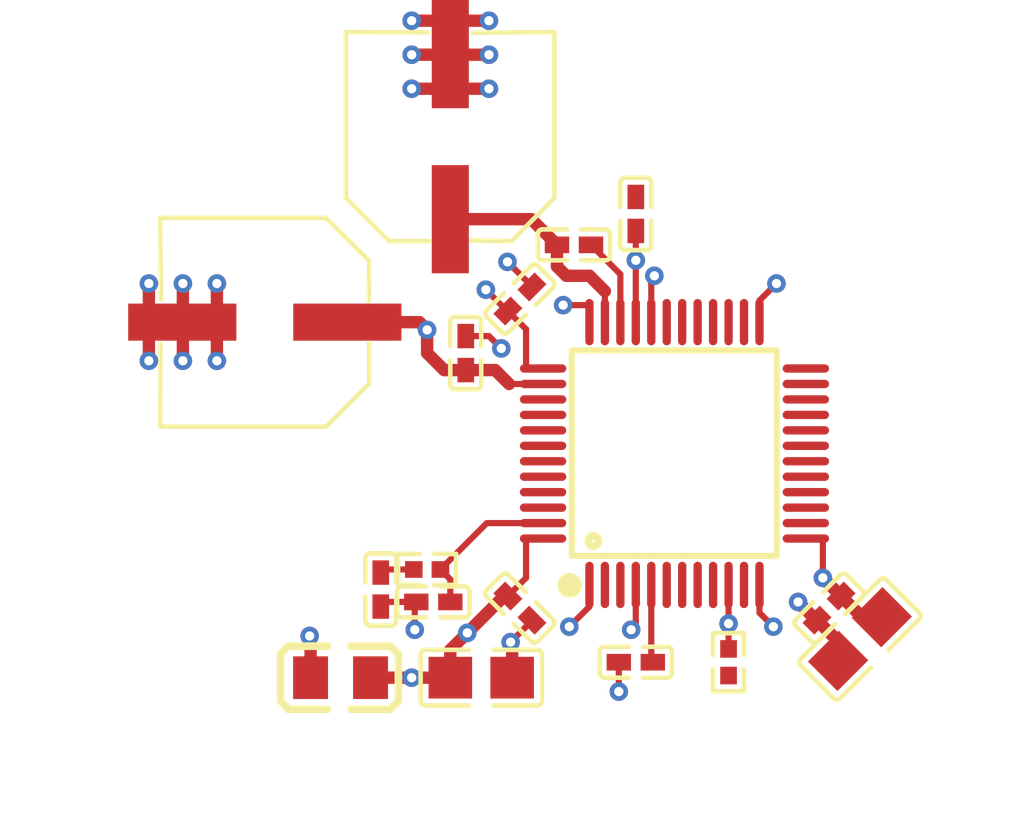
<source format=kicad_pcb>
(kicad_pcb (version 20241229) (generator "pcbnew") (generator_version "9.0")
  (layers (0 "F.Cu" signal) (2 "B.Cu" signal) (13 "F.Paste" user) (15 "B.Paste" user) (5 "F.SilkS" user "F.Silkscreen") (7 "B.SilkS" user "B.Silkscreen") (1 "F.Mask" user) (3 "B.Mask" user) (25 "Edge.Cuts" user))
  (net 0 "")
  (net 1 "adc_0_left_P")
  (net 2 "dac_0_right")
  (net 3 "i2s_ins[0]-WS")
  (net 4 "MOSI")
  (net 5 "FILTR")
  (net 6 "dac_3_right")
  (net 7 "MISO")
  (net 8 "adc_0_left_N")
  (net 9 "adc_1_left_N")
  (net 10 "GND")
  (net 11 "i2s_ins[3]-SD")
  (net 12 "dac_1_left")
  (net 13 "i2s_ins[1]-SD")
  (net 14 "dac_2_left")
  (net 15 "dac_1_right")
  (net 16 "SCLK")
  (net 17 "i2s_ins[0]-SD")
  (net 18 "adc_1_right_N")
  (net 19 "MCLKI_XI")
  (net 20 "adc_1_right_P")
  (net 21 "i2s_outs[0]-SCK")
  (net 22 "CM")
  (net 23 "dac_0_left")
  (net 24 "i2s_outs[0]-WS")
  (net 25 "adc_0_right_N")
  (net 26 "dac_2_right")
  (net 27 "i2s_ins[0]-SCK")
  (net 28 "net")
  (net 29 "adc_0_right_P")
  (net 30 "adc_1_left_P")
  (net 31 "power_analog-VCC")
  (net 32 "MCLKO_XO")
  (net 33 "i2s_ins[2]-SD")
  (net 34 "dac_3_left")
  (net 35 "i2s_outs[0]-SD")
  (net 36 "power_io-VCC")
  (net 37 "i2s_outs[1]-SD")
  (net 38 "nCLATCH")
  (net 39 "LF")
  (net 40 "nPD_nRST")
  (footprint "Analog_Devices_AD1938WBSTZ_RL:LQFP-48_L7.0-W7.0-P0.50-LS9.0-BL" (layer "F.Cu") (at 0 0 0)
    (property "Reference" "U1" (hide yes))
    (property "Value" "")
    (fp_line (start -2.89 -3.34) (end 3.31 -3.34) (stroke (width 0.2)) (layer "F.SilkS"))
    (fp_line (start 3.31 -3.34) (end 3.31 3.31) (stroke (width 0.2)) (layer "F.SilkS"))
    (fp_line (start 3.31 3.31) (end -3.32 3.31) (stroke (width 0.2)) (layer "F.SilkS"))
    (fp_line (start -3.32 3.31) (end -3.32 -3.34) (stroke (width 0.2)) (layer "F.SilkS"))
    (fp_line (start -3.32 -3.34) (end -2.56 -3.34) (stroke (width 0.2)) (layer "F.SilkS"))
    (fp_arc (start -3.38 4.06) (mid -3.3949882924959445 4.460187704262712) (end -3.390026543879748 4.059750157814238) (stroke (width 0.4)) (layer "F.SilkS"))
    (fp_circle (center -2.62 2.83) (end -2.45 2.83) (stroke (width 0.25)) (fill no) (layer "F.SilkS"))
    (pad "1" smd oval (at -2.75 4.25 0) (size 0.27 1.5) (layers "F.Cu" "F.Paste" "F.Mask") (net 10 "GND"))
    (pad "2" smd oval (at -2.25 4.25 0) (size 0.27 1.5) (layers "F.Cu" "F.Paste" "F.Mask") (net 19 "MCLKI_XI"))
    (pad "3" smd oval (at -1.75 4.25 0) (size 0.27 1.5) (layers "F.Cu" "F.Paste" "F.Mask") (net 32 "MCLKO_XO"))
    (pad "4" smd oval (at -1.25 4.25 0) (size 0.27 1.5) (layers "F.Cu" "F.Paste" "F.Mask") (net 10 "GND"))
    (pad "5" smd oval (at -0.75 4.25 0) (size 0.27 1.5) (layers "F.Cu" "F.Paste" "F.Mask") (net 31 "power_analog-VCC"))
    (pad "6" smd oval (at -0.25 4.25 0) (size 0.27 1.5) (layers "F.Cu" "F.Paste" "F.Mask") (net 14 "dac_2_left"))
    (pad "7" smd oval (at 0.25 4.25 0) (size 0.27 1.5) (layers "F.Cu" "F.Paste" "F.Mask") (net 26 "dac_2_right"))
    (pad "8" smd oval (at 0.75 4.25 0) (size 0.27 1.5) (layers "F.Cu" "F.Paste" "F.Mask") (net 34 "dac_3_left"))
    (pad "9" smd oval (at 1.25 4.25 0) (size 0.27 1.5) (layers "F.Cu" "F.Paste" "F.Mask") (net 6 "dac_3_right"))
    (pad "10" smd oval (at 1.75 4.25 0) (size 0.27 1.5) (layers "F.Cu" "F.Paste" "F.Mask") (net 40 "nPD_nRST"))
    (pad "11" smd oval (at 2.25 4.25 0) (size 0.27 1.5) (layers "F.Cu" "F.Paste" "F.Mask") (net 11 "i2s_ins[3]-SD"))
    (pad "12" smd oval (at 2.75 4.25 0) (size 0.27 1.5) (layers "F.Cu" "F.Paste" "F.Mask") (net 10 "GND"))
    (pad "13" smd oval (at 4.25 2.75 0) (size 1.5 0.27) (layers "F.Cu" "F.Paste" "F.Mask") (net 36 "power_io-VCC"))
    (pad "14" smd oval (at 4.25 2.25 0) (size 1.5 0.27) (layers "F.Cu" "F.Paste" "F.Mask") (net 33 "i2s_ins[2]-SD"))
    (pad "15" smd oval (at 4.25 1.75 0) (size 1.5 0.27) (layers "F.Cu" "F.Paste" "F.Mask") (net 13 "i2s_ins[1]-SD"))
    (pad "16" smd oval (at 4.25 1.25 0) (size 1.5 0.27) (layers "F.Cu" "F.Paste" "F.Mask") (net 17 "i2s_ins[0]-SD"))
    (pad "17" smd oval (at 4.25 0.75 0) (size 1.5 0.27) (layers "F.Cu" "F.Paste" "F.Mask") (net 27 "i2s_ins[0]-SCK"))
    (pad "18" smd oval (at 4.25 0.25 0) (size 1.5 0.27) (layers "F.Cu" "F.Paste" "F.Mask") (net 3 "i2s_ins[0]-WS"))
    (pad "19" smd oval (at 4.25 -0.25 0) (size 1.5 0.27) (layers "F.Cu" "F.Paste" "F.Mask") (net 37 "i2s_outs[1]-SD"))
    (pad "20" smd oval (at 4.25 -0.75 0) (size 1.5 0.27) (layers "F.Cu" "F.Paste" "F.Mask") (net 35 "i2s_outs[0]-SD"))
    (pad "21" smd oval (at 4.25 -1.25 0) (size 1.5 0.27) (layers "F.Cu" "F.Paste" "F.Mask") (net 21 "i2s_outs[0]-SCK"))
    (pad "22" smd oval (at 4.25 -1.75 0) (size 1.5 0.27) (layers "F.Cu" "F.Paste" "F.Mask") (net 24 "i2s_outs[0]-WS"))
    (pad "23" smd oval (at 4.25 -2.25 0) (size 1.5 0.27) (layers "F.Cu" "F.Paste" "F.Mask") (net 7 "MISO"))
    (pad "24" smd oval (at 4.25 -2.75 0) (size 1.5 0.27) (layers "F.Cu" "F.Paste" "F.Mask") (net 4 "MOSI"))
    (pad "25" smd oval (at 2.75 -4.25 0) (size 0.27 1.5) (layers "F.Cu" "F.Paste" "F.Mask") (net 10 "GND"))
    (pad "26" smd oval (at 2.25 -4.25 0) (size 0.27 1.5) (layers "F.Cu" "F.Paste" "F.Mask") (net 16 "SCLK"))
    (pad "27" smd oval (at 1.75 -4.25 0) (size 0.27 1.5) (layers "F.Cu" "F.Paste" "F.Mask") (net 38 "nCLATCH"))
    (pad "28" smd oval (at 1.25 -4.25 0) (size 0.27 1.5) (layers "F.Cu" "F.Paste" "F.Mask") (net 23 "dac_0_left"))
    (pad "29" smd oval (at 0.75 -4.25 0) (size 0.27 1.5) (layers "F.Cu" "F.Paste" "F.Mask") (net 2 "dac_0_right"))
    (pad "30" smd oval (at 0.25 -4.25 0) (size 0.27 1.5) (layers "F.Cu" "F.Paste" "F.Mask") (net 12 "dac_1_left"))
    (pad "31" smd oval (at -0.25 -4.25 0) (size 0.27 1.5) (layers "F.Cu" "F.Paste" "F.Mask") (net 15 "dac_1_right"))
    (pad "32" smd oval (at -0.75 -4.25 0) (size 0.27 1.5) (layers "F.Cu" "F.Paste" "F.Mask") (net 10 "GND"))
    (pad "33" smd oval (at -1.25 -4.25 0) (size 0.27 1.5) (layers "F.Cu" "F.Paste" "F.Mask") (net 31 "power_analog-VCC"))
    (pad "34" smd oval (at -1.75 -4.25 0) (size 0.27 1.5) (layers "F.Cu" "F.Paste" "F.Mask") (net 10 "GND"))
    (pad "35" smd oval (at -2.25 -4.25 0) (size 0.27 1.5) (layers "F.Cu" "F.Paste" "F.Mask") (net 5 "FILTR"))
    (pad "36" smd oval (at -2.75 -4.25 0) (size 0.27 1.5) (layers "F.Cu" "F.Paste" "F.Mask") (net 10 "GND"))
    (pad "37" smd oval (at -4.25 -2.75 0) (size 1.5 0.27) (layers "F.Cu" "F.Paste" "F.Mask") (net 31 "power_analog-VCC"))
    (pad "38" smd oval (at -4.25 -2.25 0) (size 1.5 0.27) (layers "F.Cu" "F.Paste" "F.Mask") (net 22 "CM"))
    (pad "39" smd oval (at -4.25 -1.75 0) (size 1.5 0.27) (layers "F.Cu" "F.Paste" "F.Mask") (net 8 "adc_0_left_N"))
    (pad "40" smd oval (at -4.25 -1.25 0) (size 1.5 0.27) (layers "F.Cu" "F.Paste" "F.Mask") (net 1 "adc_0_left_P"))
    (pad "41" smd oval (at -4.25 -0.75 0) (size 1.5 0.27) (layers "F.Cu" "F.Paste" "F.Mask") (net 25 "adc_0_right_N"))
    (pad "42" smd oval (at -4.25 -0.25 0) (size 1.5 0.27) (layers "F.Cu" "F.Paste" "F.Mask") (net 29 "adc_0_right_P"))
    (pad "43" smd oval (at -4.25 0.25 0) (size 1.5 0.27) (layers "F.Cu" "F.Paste" "F.Mask") (net 9 "adc_1_left_N"))
    (pad "44" smd oval (at -4.25 0.75 0) (size 1.5 0.27) (layers "F.Cu" "F.Paste" "F.Mask") (net 30 "adc_1_left_P"))
    (pad "45" smd oval (at -4.25 1.25 0) (size 1.5 0.27) (layers "F.Cu" "F.Paste" "F.Mask") (net 18 "adc_1_right_N"))
    (pad "46" smd oval (at -4.25 1.75 0) (size 1.5 0.27) (layers "F.Cu" "F.Paste" "F.Mask") (net 20 "adc_1_right_P"))
    (pad "47" smd oval (at -4.25 2.25 0) (size 1.5 0.27) (layers "F.Cu" "F.Paste" "F.Mask") (net 39 "LF"))
    (pad "48" smd oval (at -4.25 2.75 0) (size 1.5 0.27) (layers "F.Cu" "F.Paste" "F.Mask") (net 31 "power_analog-VCC"))
  )
  (footprint "Samsung_Electro_Mechanics_CL21A106KAYNNNE:C0805" (layer "F.Cu") (at -6.25 7.25 0)
    (property "Reference" "C3" (hide yes))
    (property "Value" "10µF ±10% 25V X5R")
    (fp_line (start 1.81 -0.9) (end 0.4 -0.9) (stroke (width 0.15)) (layer "F.SilkS"))
    (fp_line (start 0.4 0.9) (end 1.81 0.9) (stroke (width 0.15)) (layer "F.SilkS"))
    (fp_line (start 1.96 0.75) (end 1.96 -0.75) (stroke (width 0.15)) (layer "F.SilkS"))
    (fp_line (start -1.81 -0.9) (end -0.4 -0.9) (stroke (width 0.15)) (layer "F.SilkS"))
    (fp_line (start -0.4 0.9) (end -1.81 0.9) (stroke (width 0.15)) (layer "F.SilkS"))
    (fp_line (start -1.96 0.75) (end -1.96 -0.75) (stroke (width 0.15)) (layer "F.SilkS"))
    (fp_arc (start 1.96 0.75) (mid 1.9160660171779822 0.856066017177982) (end 1.81 0.8999999999999999) (stroke (width 0.15)) (layer "F.SilkS"))
    (fp_arc (start 1.81 -0.9) (mid 1.9160660171779822 -0.8560660171779821) (end 1.96 -0.75) (stroke (width 0.15)) (layer "F.SilkS"))
    (fp_arc (start -1.96 0.75) (mid -1.9160660171779822 0.856066017177982) (end -1.81 0.8999999999999999) (stroke (width 0.15)) (layer "F.SilkS"))
    (fp_arc (start -1.81 -0.9) (mid -1.9160660171779822 -0.8560660171779821) (end -1.96 -0.75) (stroke (width 0.15)) (layer "F.SilkS"))
    (pad "2" smd rect (at 1 0 0) (size 1.41 1.35) (layers "F.Cu" "F.Paste" "F.Mask") (net 10 "GND"))
    (pad "1" smd rect (at -1 0 0) (size 1.41 1.35) (layers "F.Cu" "F.Paste" "F.Mask") (net 31 "power_analog-VCC"))
  )
  (footprint "Samsung_Electro_Mechanics_CL05B391KB5NNNC:C0402" (layer "F.Cu") (at -7.8 4.8 180)
    (property "Reference" "C11" (hide yes))
    (property "Value" "390pF ±10% 50V X7R")
    (fp_line (start 1.02 -0.5) (end 0.23 -0.5) (stroke (width 0.15)) (layer "F.SilkS"))
    (fp_line (start 0.23 0.5) (end 1.02 0.5) (stroke (width 0.15)) (layer "F.SilkS"))
    (fp_line (start 1.17 0.35) (end 1.17 -0.35) (stroke (width 0.15)) (layer "F.SilkS"))
    (fp_line (start -1.02 -0.5) (end -0.23 -0.5) (stroke (width 0.15)) (layer "F.SilkS"))
    (fp_line (start -0.23 0.5) (end -1.02 0.5) (stroke (width 0.15)) (layer "F.SilkS"))
    (fp_line (start -1.17 0.35) (end -1.17 -0.35) (stroke (width 0.15)) (layer "F.SilkS"))
    (fp_arc (start 1.17 0.35) (mid 1.1260660171779822 0.456066017177982) (end 1.02 0.4999999999999999) (stroke (width 0.15)) (layer "F.SilkS"))
    (fp_arc (start 1.02 -0.5) (mid 1.1260660171779822 -0.4560660171779821) (end 1.17 -0.35) (stroke (width 0.15)) (layer "F.SilkS"))
    (fp_arc (start -1.17 0.35) (mid -1.1260660171779822 0.456066017177982) (end -1.02 0.4999999999999999) (stroke (width 0.15)) (layer "F.SilkS"))
    (fp_arc (start -1.02 -0.5) (mid -1.1260660171779822 -0.4560660171779821) (end -1.17 -0.35) (stroke (width 0.15)) (layer "F.SilkS"))
    (pad "2" smd rect (at 0.55 0 180) (size 0.79 0.54) (layers "F.Cu" "F.Paste" "F.Mask") (net 10 "GND"))
    (pad "1" smd rect (at -0.55 0 180) (size 0.79 0.54) (layers "F.Cu" "F.Paste" "F.Mask") (net 39 "LF"))
  )
  (footprint "Samsung_Electro_Mechanics_CL05B104KO5NNNC:C0402" (layer "F.Cu") (at -5 -5 45)
    (property "Reference" "C5" (hide yes))
    (property "Value" "100nF ±10% 16V X7R")
    (fp_line (start 1.02 -0.5) (end 0.23 -0.5) (stroke (width 0.15)) (layer "F.SilkS"))
    (fp_line (start 0.23 0.5) (end 1.02 0.5) (stroke (width 0.15)) (layer "F.SilkS"))
    (fp_line (start 1.17 0.35) (end 1.17 -0.35) (stroke (width 0.15)) (layer "F.SilkS"))
    (fp_line (start -1.02 -0.5) (end -0.23 -0.5) (stroke (width 0.15)) (layer "F.SilkS"))
    (fp_line (start -0.23 0.5) (end -1.02 0.5) (stroke (width 0.15)) (layer "F.SilkS"))
    (fp_line (start -1.17 0.35) (end -1.17 -0.35) (stroke (width 0.15)) (layer "F.SilkS"))
    (fp_arc (start 1.17 0.35) (mid 1.1260660171779822 0.456066017177982) (end 1.02 0.4999999999999999) (stroke (width 0.15)) (layer "F.SilkS"))
    (fp_arc (start 1.02 -0.5) (mid 1.1260660171779822 -0.4560660171779821) (end 1.17 -0.35) (stroke (width 0.15)) (layer "F.SilkS"))
    (fp_arc (start -1.17 0.35) (mid -1.1260660171779822 0.456066017177982) (end -1.02 0.4999999999999999) (stroke (width 0.15)) (layer "F.SilkS"))
    (fp_arc (start -1.02 -0.5) (mid -1.1260660171779822 -0.4560660171779821) (end -1.17 -0.35) (stroke (width 0.15)) (layer "F.SilkS"))
    (pad "2" smd rect (at 0.55 0 45) (size 0.79 0.54) (layers "F.Cu" "F.Paste" "F.Mask") (net 10 "GND"))
    (pad "1" smd rect (at -0.55 0 45) (size 0.79 0.54) (layers "F.Cu" "F.Paste" "F.Mask") (net 31 "power_analog-VCC"))
  )
  (footprint "YAGEO_CC0402KRX7R9BB562:C0402" (layer "F.Cu") (at -9.5 4.4 -90)
    (property "Reference" "C10" (hide yes))
    (property "Value" "5.6nF ±10% 50V X7R")
    (fp_line (start 1.02 -0.5) (end 0.23 -0.5) (stroke (width 0.15)) (layer "F.SilkS"))
    (fp_line (start 0.23 0.5) (end 1.02 0.5) (stroke (width 0.15)) (layer "F.SilkS"))
    (fp_line (start 1.17 0.35) (end 1.17 -0.35) (stroke (width 0.15)) (layer "F.SilkS"))
    (fp_line (start -1.02 -0.5) (end -0.23 -0.5) (stroke (width 0.15)) (layer "F.SilkS"))
    (fp_line (start -0.23 0.5) (end -1.02 0.5) (stroke (width 0.15)) (layer "F.SilkS"))
    (fp_line (start -1.17 0.35) (end -1.17 -0.35) (stroke (width 0.15)) (layer "F.SilkS"))
    (fp_arc (start 1.17 0.35) (mid 1.1260660171779822 0.456066017177982) (end 1.02 0.4999999999999999) (stroke (width 0.15)) (layer "F.SilkS"))
    (fp_arc (start 1.02 -0.5) (mid 1.1260660171779822 -0.4560660171779821) (end 1.17 -0.35) (stroke (width 0.15)) (layer "F.SilkS"))
    (fp_arc (start -1.17 0.35) (mid -1.1260660171779822 0.456066017177982) (end -1.02 0.4999999999999999) (stroke (width 0.15)) (layer "F.SilkS"))
    (fp_arc (start -1.02 -0.5) (mid -1.1260660171779822 -0.4560660171779821) (end -1.17 -0.35) (stroke (width 0.15)) (layer "F.SilkS"))
    (pad "2" smd rect (at 0.55 0 -90) (size 0.79 0.54) (layers "F.Cu" "F.Paste" "F.Mask") (net 10 "GND"))
    (pad "1" smd rect (at -0.55 0 -90) (size 0.79 0.54) (layers "F.Cu" "F.Paste" "F.Mask") (net 28 "net"))
  )
  (footprint "Samsung_Electro_Mechanics_CL05B104KO5NNNC:C0402" (layer "F.Cu") (at -6.75 -3.25 90)
    (property "Reference" "C1" (hide yes))
    (property "Value" "100nF ±10% 16V X7R")
    (fp_line (start 1.02 -0.5) (end 0.23 -0.5) (stroke (width 0.15)) (layer "F.SilkS"))
    (fp_line (start 0.23 0.5) (end 1.02 0.5) (stroke (width 0.15)) (layer "F.SilkS"))
    (fp_line (start 1.17 0.35) (end 1.17 -0.35) (stroke (width 0.15)) (layer "F.SilkS"))
    (fp_line (start -1.02 -0.5) (end -0.23 -0.5) (stroke (width 0.15)) (layer "F.SilkS"))
    (fp_line (start -0.23 0.5) (end -1.02 0.5) (stroke (width 0.15)) (layer "F.SilkS"))
    (fp_line (start -1.17 0.35) (end -1.17 -0.35) (stroke (width 0.15)) (layer "F.SilkS"))
    (fp_arc (start 1.17 0.35) (mid 1.1260660171779822 0.456066017177982) (end 1.02 0.4999999999999999) (stroke (width 0.15)) (layer "F.SilkS"))
    (fp_arc (start 1.02 -0.5) (mid 1.1260660171779822 -0.4560660171779821) (end 1.17 -0.35) (stroke (width 0.15)) (layer "F.SilkS"))
    (fp_arc (start -1.17 0.35) (mid -1.1260660171779822 0.456066017177982) (end -1.02 0.4999999999999999) (stroke (width 0.15)) (layer "F.SilkS"))
    (fp_arc (start -1.02 -0.5) (mid -1.1260660171779822 -0.4560660171779821) (end -1.17 -0.35) (stroke (width 0.15)) (layer "F.SilkS"))
    (pad "2" smd rect (at 0.55 0 90) (size 0.79 0.54) (layers "F.Cu" "F.Paste" "F.Mask") (net 10 "GND"))
    (pad "1" smd rect (at -0.55 0 90) (size 0.79 0.54) (layers "F.Cu" "F.Paste" "F.Mask") (net 22 "CM"))
  )
  (footprint "UNI_ROYAL_0402WGF1003TCE:R0402" (layer "F.Cu") (at 1.75 6.75 -90)
    (property "Reference" "R2" (hide yes))
    (property "Value" "100kΩ ±1% 62.5mW")
    (fp_line (start -0.23 0.5) (end -0.94 0.5) (stroke (width 0.15)) (layer "F.SilkS"))
    (fp_line (start -0.94 0.5) (end -0.94 -0.5) (stroke (width 0.15)) (layer "F.SilkS"))
    (fp_line (start -0.94 -0.5) (end -0.23 -0.5) (stroke (width 0.15)) (layer "F.SilkS"))
    (fp_line (start 0.23 0.5) (end 0.94 0.5) (stroke (width 0.15)) (layer "F.SilkS"))
    (fp_line (start 0.94 0.5) (end 0.94 -0.5) (stroke (width 0.15)) (layer "F.SilkS"))
    (fp_line (start 0.94 -0.5) (end 0.23 -0.5) (stroke (width 0.15)) (layer "F.SilkS"))
    (pad "2" smd rect (at 0.43 0 -90) (size 0.57 0.54) (layers "F.Cu" "F.Paste" "F.Mask") (net 10 "GND"))
    (pad "1" smd rect (at -0.43 0 -90) (size 0.57 0.54) (layers "F.Cu" "F.Paste" "F.Mask") (net 40 "nPD_nRST"))
  )
  (footprint "Samsung_Electro_Mechanics_CL05B104KO5NNNC:C0402" (layer "F.Cu") (at -1.25 -7.75 90)
    (property "Reference" "C6" (hide yes))
    (property "Value" "100nF ±10% 16V X7R")
    (fp_line (start 1.02 -0.5) (end 0.23 -0.5) (stroke (width 0.15)) (layer "F.SilkS"))
    (fp_line (start 0.23 0.5) (end 1.02 0.5) (stroke (width 0.15)) (layer "F.SilkS"))
    (fp_line (start 1.17 0.35) (end 1.17 -0.35) (stroke (width 0.15)) (layer "F.SilkS"))
    (fp_line (start -1.02 -0.5) (end -0.23 -0.5) (stroke (width 0.15)) (layer "F.SilkS"))
    (fp_line (start -0.23 0.5) (end -1.02 0.5) (stroke (width 0.15)) (layer "F.SilkS"))
    (fp_line (start -1.17 0.35) (end -1.17 -0.35) (stroke (width 0.15)) (layer "F.SilkS"))
    (fp_arc (start 1.17 0.35) (mid 1.1260660171779822 0.456066017177982) (end 1.02 0.4999999999999999) (stroke (width 0.15)) (layer "F.SilkS"))
    (fp_arc (start 1.02 -0.5) (mid 1.1260660171779822 -0.4560660171779821) (end 1.17 -0.35) (stroke (width 0.15)) (layer "F.SilkS"))
    (fp_arc (start -1.17 0.35) (mid -1.1260660171779822 0.456066017177982) (end -1.02 0.4999999999999999) (stroke (width 0.15)) (layer "F.SilkS"))
    (fp_arc (start -1.02 -0.5) (mid -1.1260660171779822 -0.4560660171779821) (end -1.17 -0.35) (stroke (width 0.15)) (layer "F.SilkS"))
    (pad "2" smd rect (at 0.55 0 90) (size 0.79 0.54) (layers "F.Cu" "F.Paste" "F.Mask") (net 10 "GND"))
    (pad "1" smd rect (at -0.55 0 90) (size 0.79 0.54) (layers "F.Cu" "F.Paste" "F.Mask") (net 31 "power_analog-VCC"))
  )
  (footprint "Samsung_Electro_Mechanics_CL05B104KO5NNNC:C0402" (layer "F.Cu") (at -3.25 -6.75 0)
    (property "Reference" "C12" (hide yes))
    (property "Value" "100nF ±10% 16V X7R")
    (fp_line (start 1.02 -0.5) (end 0.23 -0.5) (stroke (width 0.15)) (layer "F.SilkS"))
    (fp_line (start 0.23 0.5) (end 1.02 0.5) (stroke (width 0.15)) (layer "F.SilkS"))
    (fp_line (start 1.17 0.35) (end 1.17 -0.35) (stroke (width 0.15)) (layer "F.SilkS"))
    (fp_line (start -1.02 -0.5) (end -0.23 -0.5) (stroke (width 0.15)) (layer "F.SilkS"))
    (fp_line (start -0.23 0.5) (end -1.02 0.5) (stroke (width 0.15)) (layer "F.SilkS"))
    (fp_line (start -1.17 0.35) (end -1.17 -0.35) (stroke (width 0.15)) (layer "F.SilkS"))
    (fp_arc (start 1.17 0.35) (mid 1.1260660171779822 0.456066017177982) (end 1.02 0.4999999999999999) (stroke (width 0.15)) (layer "F.SilkS"))
    (fp_arc (start 1.02 -0.5) (mid 1.1260660171779822 -0.4560660171779821) (end 1.17 -0.35) (stroke (width 0.15)) (layer "F.SilkS"))
    (fp_arc (start -1.17 0.35) (mid -1.1260660171779822 0.456066017177982) (end -1.02 0.4999999999999999) (stroke (width 0.15)) (layer "F.SilkS"))
    (fp_arc (start -1.02 -0.5) (mid -1.1260660171779822 -0.4560660171779821) (end -1.17 -0.35) (stroke (width 0.15)) (layer "F.SilkS"))
    (pad "2" smd rect (at 0.55 0 0) (size 0.79 0.54) (layers "F.Cu" "F.Paste" "F.Mask") (net 10 "GND"))
    (pad "1" smd rect (at -0.55 0 0) (size 0.79 0.54) (layers "F.Cu" "F.Paste" "F.Mask") (net 5 "FILTR"))
  )
  (footprint "Samsung_Electro_Mechanics_CL05B104KO5NNNC:C0402" (layer "F.Cu") (at -1.25 6.75 180)
    (property "Reference" "C7" (hide yes))
    (property "Value" "100nF ±10% 16V X7R")
    (fp_line (start 1.02 -0.5) (end 0.23 -0.5) (stroke (width 0.15)) (layer "F.SilkS"))
    (fp_line (start 0.23 0.5) (end 1.02 0.5) (stroke (width 0.15)) (layer "F.SilkS"))
    (fp_line (start 1.17 0.35) (end 1.17 -0.35) (stroke (width 0.15)) (layer "F.SilkS"))
    (fp_line (start -1.02 -0.5) (end -0.23 -0.5) (stroke (width 0.15)) (layer "F.SilkS"))
    (fp_line (start -0.23 0.5) (end -1.02 0.5) (stroke (width 0.15)) (layer "F.SilkS"))
    (fp_line (start -1.17 0.35) (end -1.17 -0.35) (stroke (width 0.15)) (layer "F.SilkS"))
    (fp_arc (start 1.17 0.35) (mid 1.1260660171779822 0.456066017177982) (end 1.02 0.4999999999999999) (stroke (width 0.15)) (layer "F.SilkS"))
    (fp_arc (start 1.02 -0.5) (mid 1.1260660171779822 -0.4560660171779821) (end 1.17 -0.35) (stroke (width 0.15)) (layer "F.SilkS"))
    (fp_arc (start -1.17 0.35) (mid -1.1260660171779822 0.456066017177982) (end -1.02 0.4999999999999999) (stroke (width 0.15)) (layer "F.SilkS"))
    (fp_arc (start -1.02 -0.5) (mid -1.1260660171779822 -0.4560660171779821) (end -1.17 -0.35) (stroke (width 0.15)) (layer "F.SilkS"))
    (pad "2" smd rect (at 0.55 0 180) (size 0.79 0.54) (layers "F.Cu" "F.Paste" "F.Mask") (net 10 "GND"))
    (pad "1" smd rect (at -0.55 0 180) (size 0.79 0.54) (layers "F.Cu" "F.Paste" "F.Mask") (net 31 "power_analog-VCC"))
  )
  (footprint "Samsung_Electro_Mechanics_CL05B104KO5NNNC:C0402" (layer "F.Cu") (at -5 5 -45)
    (property "Reference" "C8" (hide yes))
    (property "Value" "100nF ±10% 16V X7R")
    (fp_line (start 1.02 -0.5) (end 0.23 -0.5) (stroke (width 0.15)) (layer "F.SilkS"))
    (fp_line (start 0.23 0.5) (end 1.02 0.5) (stroke (width 0.15)) (layer "F.SilkS"))
    (fp_line (start 1.17 0.35) (end 1.17 -0.35) (stroke (width 0.15)) (layer "F.SilkS"))
    (fp_line (start -1.02 -0.5) (end -0.23 -0.5) (stroke (width 0.15)) (layer "F.SilkS"))
    (fp_line (start -0.23 0.5) (end -1.02 0.5) (stroke (width 0.15)) (layer "F.SilkS"))
    (fp_line (start -1.17 0.35) (end -1.17 -0.35) (stroke (width 0.15)) (layer "F.SilkS"))
    (fp_arc (start 1.17 0.35) (mid 1.1260660171779822 0.456066017177982) (end 1.02 0.4999999999999999) (stroke (width 0.15)) (layer "F.SilkS"))
    (fp_arc (start 1.02 -0.5) (mid 1.1260660171779822 -0.4560660171779821) (end 1.17 -0.35) (stroke (width 0.15)) (layer "F.SilkS"))
    (fp_arc (start -1.17 0.35) (mid -1.1260660171779822 0.456066017177982) (end -1.02 0.4999999999999999) (stroke (width 0.15)) (layer "F.SilkS"))
    (fp_arc (start -1.02 -0.5) (mid -1.1260660171779822 -0.4560660171779821) (end -1.17 -0.35) (stroke (width 0.15)) (layer "F.SilkS"))
    (pad "2" smd rect (at 0.55 0 -45) (size 0.79 0.54) (layers "F.Cu" "F.Paste" "F.Mask") (net 10 "GND"))
    (pad "1" smd rect (at -0.55 0 -45) (size 0.79 0.54) (layers "F.Cu" "F.Paste" "F.Mask") (net 31 "power_analog-VCC"))
  )
  (footprint "Samsung_Electro_Mechanics_CL05B104KO5NNNC:C0402" (layer "F.Cu") (at 5 5 -135)
    (property "Reference" "C9" (hide yes))
    (property "Value" "100nF ±10% 16V X7R")
    (fp_line (start 1.02 -0.5) (end 0.23 -0.5) (stroke (width 0.15)) (layer "F.SilkS"))
    (fp_line (start 0.23 0.5) (end 1.02 0.5) (stroke (width 0.15)) (layer "F.SilkS"))
    (fp_line (start 1.17 0.35) (end 1.17 -0.35) (stroke (width 0.15)) (layer "F.SilkS"))
    (fp_line (start -1.02 -0.5) (end -0.23 -0.5) (stroke (width 0.15)) (layer "F.SilkS"))
    (fp_line (start -0.23 0.5) (end -1.02 0.5) (stroke (width 0.15)) (layer "F.SilkS"))
    (fp_line (start -1.17 0.35) (end -1.17 -0.35) (stroke (width 0.15)) (layer "F.SilkS"))
    (fp_arc (start 1.17 0.35) (mid 1.1260660171779822 0.456066017177982) (end 1.02 0.4999999999999999) (stroke (width 0.15)) (layer "F.SilkS"))
    (fp_arc (start 1.02 -0.5) (mid 1.1260660171779822 -0.4560660171779821) (end 1.17 -0.35) (stroke (width 0.15)) (layer "F.SilkS"))
    (fp_arc (start -1.17 0.35) (mid -1.1260660171779822 0.456066017177982) (end -1.02 0.4999999999999999) (stroke (width 0.15)) (layer "F.SilkS"))
    (fp_arc (start -1.02 -0.5) (mid -1.1260660171779822 -0.4560660171779821) (end -1.17 -0.35) (stroke (width 0.15)) (layer "F.SilkS"))
    (pad "2" smd rect (at 0.55 0 -135) (size 0.79 0.54) (layers "F.Cu" "F.Paste" "F.Mask") (net 10 "GND"))
    (pad "1" smd rect (at -0.55 0 -135) (size 0.79 0.54) (layers "F.Cu" "F.Paste" "F.Mask") (net 36 "power_io-VCC"))
  )
  (footprint "FH_VHF201209H10NJT:L0805" (layer "F.Cu") (at -10.8 7.25 0)
    (property "Reference" "L1" (hide yes))
    (property "Value" "10nH ±5% 300mA 300mΩ")
    (fp_line (start -0.42 -1.02) (end -1.56 -1.02) (stroke (width 0.25)) (layer "F.SilkS"))
    (fp_line (start -1.56 -1.02) (end -1.69 -1.02) (stroke (width 0.25)) (layer "F.SilkS"))
    (fp_line (start -1.69 -1.02) (end -1.94 -0.76) (stroke (width 0.25)) (layer "F.SilkS"))
    (fp_line (start -1.94 -0.76) (end -1.94 0.64) (stroke (width 0.25)) (layer "F.SilkS"))
    (fp_line (start -1.94 0.64) (end -1.94 0.76) (stroke (width 0.25)) (layer "F.SilkS"))
    (fp_line (start -1.94 0.76) (end -1.69 1.02) (stroke (width 0.25)) (layer "F.SilkS"))
    (fp_line (start -1.69 1.02) (end -0.42 1.02) (stroke (width 0.25)) (layer "F.SilkS"))
    (fp_line (start 0.34 1.02) (end 1.48 1.02) (stroke (width 0.25)) (layer "F.SilkS"))
    (fp_line (start 1.48 1.02) (end 1.61 1.02) (stroke (width 0.25)) (layer "F.SilkS"))
    (fp_line (start 1.61 1.02) (end 1.87 0.76) (stroke (width 0.25)) (layer "F.SilkS"))
    (fp_line (start 1.87 0.76) (end 1.87 -0.63) (stroke (width 0.25)) (layer "F.SilkS"))
    (fp_line (start 1.87 -0.63) (end 1.87 -0.76) (stroke (width 0.25)) (layer "F.SilkS"))
    (fp_line (start 1.87 -0.76) (end 1.61 -1.02) (stroke (width 0.25)) (layer "F.SilkS"))
    (fp_line (start 1.61 -1.02) (end 0.34 -1.02) (stroke (width 0.25)) (layer "F.SilkS"))
    (pad "1" smd rect (at -0.97 0 0) (size 1.13 1.38) (layers "F.Cu" "F.Paste" "F.Mask") (net 36 "power_io-VCC"))
    (pad "2" smd rect (at 0.97 0 0) (size 1.13 1.38) (layers "F.Cu" "F.Paste" "F.Mask") (net 31 "power_analog-VCC"))
  )
  (footprint "Samsung_Electro_Mechanics_CL21A106KAYNNNE:C0805" (layer "F.Cu") (at 6 6 -135)
    (property "Reference" "C4" (hide yes))
    (property "Value" "10µF ±10% 25V X5R")
    (fp_line (start 1.81 -0.9) (end 0.4 -0.9) (stroke (width 0.15)) (layer "F.SilkS"))
    (fp_line (start 0.4 0.9) (end 1.81 0.9) (stroke (width 0.15)) (layer "F.SilkS"))
    (fp_line (start 1.96 0.75) (end 1.96 -0.75) (stroke (width 0.15)) (layer "F.SilkS"))
    (fp_line (start -1.81 -0.9) (end -0.4 -0.9) (stroke (width 0.15)) (layer "F.SilkS"))
    (fp_line (start -0.4 0.9) (end -1.81 0.9) (stroke (width 0.15)) (layer "F.SilkS"))
    (fp_line (start -1.96 0.75) (end -1.96 -0.75) (stroke (width 0.15)) (layer "F.SilkS"))
    (fp_arc (start 1.96 0.75) (mid 1.9160660171779822 0.856066017177982) (end 1.81 0.8999999999999999) (stroke (width 0.15)) (layer "F.SilkS"))
    (fp_arc (start 1.81 -0.9) (mid 1.9160660171779822 -0.8560660171779821) (end 1.96 -0.75) (stroke (width 0.15)) (layer "F.SilkS"))
    (fp_arc (start -1.96 0.75) (mid -1.9160660171779822 0.856066017177982) (end -1.81 0.8999999999999999) (stroke (width 0.15)) (layer "F.SilkS"))
    (fp_arc (start -1.81 -0.9) (mid -1.9160660171779822 -0.8560660171779821) (end -1.96 -0.75) (stroke (width 0.15)) (layer "F.SilkS"))
    (pad "2" smd rect (at 1 0 -135) (size 1.41 1.35) (layers "F.Cu" "F.Paste" "F.Mask") (net 10 "GND"))
    (pad "1" smd rect (at -1 0 -135) (size 1.41 1.35) (layers "F.Cu" "F.Paste" "F.Mask") (net 36 "power_io-VCC"))
  )
  (footprint "YAGEO_RC0402FR_07560RL:R0402" (layer "F.Cu") (at -8 3.75 180)
    (property "Reference" "R1" (hide yes))
    (property "Value" "560Ω ±1% 62.5mW")
    (fp_line (start -0.23 0.5) (end -0.94 0.5) (stroke (width 0.15)) (layer "F.SilkS"))
    (fp_line (start -0.94 0.5) (end -0.94 -0.5) (stroke (width 0.15)) (layer "F.SilkS"))
    (fp_line (start -0.94 -0.5) (end -0.23 -0.5) (stroke (width 0.15)) (layer "F.SilkS"))
    (fp_line (start 0.23 0.5) (end 0.94 0.5) (stroke (width 0.15)) (layer "F.SilkS"))
    (fp_line (start 0.94 0.5) (end 0.94 -0.5) (stroke (width 0.15)) (layer "F.SilkS"))
    (fp_line (start 0.94 -0.5) (end 0.23 -0.5) (stroke (width 0.15)) (layer "F.SilkS"))
    (pad "2" smd rect (at 0.43 0 180) (size 0.57 0.54) (layers "F.Cu" "F.Paste" "F.Mask") (net 28 "net"))
    (pad "1" smd rect (at -0.43 0 180) (size 0.57 0.54) (layers "F.Cu" "F.Paste" "F.Mask") (net 39 "LF"))
  )
  (footprint "KNSCHA_RVE47UF35V67RV0167:CAP-SMD_BD6.3-L6.6-W6.6-LS7.6-FD" (layer "F.Cu") (at -13.25 -4.25 180)
    (property "Reference" "C2" (hide yes))
    (property "Value" "47µF ±20% 35V")
    (fp_line (start 3.36 0.74) (end 3.38 3.37) (stroke (width 0.15)) (layer "F.SilkS"))
    (fp_line (start 3.38 3.37) (end -1.98 3.37) (stroke (width 0.15)) (layer "F.SilkS"))
    (fp_line (start -1.98 3.37) (end -3.38 1.98) (stroke (width 0.15)) (layer "F.SilkS"))
    (fp_line (start -3.38 1.98) (end -3.36 0.68) (stroke (width 0.15)) (layer "F.SilkS"))
    (fp_line (start 3.37 -0.71) (end 3.38 -3.38) (stroke (width 0.15)) (layer "F.SilkS"))
    (fp_line (start 3.38 -3.38) (end -1.98 -3.38) (stroke (width 0.15)) (layer "F.SilkS"))
    (fp_line (start -1.98 -3.38) (end -3.38 -1.98) (stroke (width 0.15)) (layer "F.SilkS"))
    (fp_line (start -3.38 -1.98) (end -3.38 -0.69) (stroke (width 0.15)) (layer "F.SilkS"))
    (pad "1" smd rect (at -2.67 0 180) (size 3.5 1.2) (layers "F.Cu" "F.Paste" "F.Mask") (net 22 "CM"))
    (pad "2" smd rect (at 2.67 0 180) (size 3.5 1.2) (layers "F.Cu" "F.Paste" "F.Mask") (net 10 "GND"))
  )
  (footprint "KNSCHA_RVE47UF35V67RV0167:CAP-SMD_BD6.3-L6.6-W6.6-LS7.6-FD" (layer "F.Cu") (at -7.25 -10.25 90)
    (property "Reference" "C13" (hide yes))
    (property "Value" "47µF ±20% 35V")
    (fp_line (start 3.36 0.74) (end 3.38 3.37) (stroke (width 0.15)) (layer "F.SilkS"))
    (fp_line (start 3.38 3.37) (end -1.98 3.37) (stroke (width 0.15)) (layer "F.SilkS"))
    (fp_line (start -1.98 3.37) (end -3.38 1.98) (stroke (width 0.15)) (layer "F.SilkS"))
    (fp_line (start -3.38 1.98) (end -3.36 0.68) (stroke (width 0.15)) (layer "F.SilkS"))
    (fp_line (start 3.37 -0.71) (end 3.38 -3.38) (stroke (width 0.15)) (layer "F.SilkS"))
    (fp_line (start 3.38 -3.38) (end -1.98 -3.38) (stroke (width 0.15)) (layer "F.SilkS"))
    (fp_line (start -1.98 -3.38) (end -3.38 -1.98) (stroke (width 0.15)) (layer "F.SilkS"))
    (fp_line (start -3.38 -1.98) (end -3.38 -0.69) (stroke (width 0.15)) (layer "F.SilkS"))
    (pad "1" smd rect (at -2.67 0 90) (size 3.5 1.2) (layers "F.Cu" "F.Paste" "F.Mask") (net 5 "FILTR"))
    (pad "2" smd rect (at 2.67 0 90) (size 3.5 1.2) (layers "F.Cu" "F.Paste" "F.Mask") (net 10 "GND"))
  )
  (via (at -8.5 7.25) (size 0.6) (drill 0.3) (layers "F.Cu" "B.Cu") (net 31))
  (via (at -1.25 -6.25) (size 0.6) (drill 0.3) (layers "F.Cu" "B.Cu") (net 31))
  (via (at -6.1 -5.3) (size 0.6) (drill 0.3) (layers "F.Cu" "B.Cu") (net 31))
  (via (at -6.7 5.8) (size 0.6) (drill 0.3) (layers "F.Cu" "B.Cu") (net 31))
  (via (at -8 -4) (size 0.6) (drill 0.3) (layers "F.Cu" "B.Cu") (net 22))
  (via (at 4 4.8) (size 0.6) (drill 0.3) (layers "F.Cu" "B.Cu") (net 10))
  (via (at -1.4 5.7) (size 0.6) (drill 0.3) (layers "F.Cu" "B.Cu") (net 10))
  (via (at -5.3 6.1) (size 0.6) (drill 0.3) (layers "F.Cu" "B.Cu") (net 10))
  (via (at -6 -11.8) (size 0.6) (drill 0.3) (layers "F.Cu" "B.Cu") (net 10))
  (via (at 3.3 -5.5) (size 0.6) (drill 0.3) (layers "F.Cu" "B.Cu") (net 10))
  (via (at -0.65 -5.75) (size 0.6) (drill 0.3) (layers "F.Cu" "B.Cu") (net 10))
  (via (at -6.000001 -12.9) (size 0.6) (drill 0.3) (layers "F.Cu" "B.Cu") (net 10))
  (via (at -8.4 5.7) (size 0.6) (drill 0.3) (layers "F.Cu" "B.Cu") (net 10))
  (via (at -14.8 -5.5) (size 0.6) (drill 0.3) (layers "F.Cu" "B.Cu") (net 10))
  (via (at -17 -5.5) (size 0.6) (drill 0.3) (layers "F.Cu" "B.Cu") (net 10))
  (via (at -1.8 7.7) (size 0.6) (drill 0.3) (layers "F.Cu" "B.Cu") (net 10))
  (via (at -15.9 -5.5) (size 0.6) (drill 0.3) (layers "F.Cu" "B.Cu") (net 10))
  (via (at -8.499999 -12.9) (size 0.6) (drill 0.3) (layers "F.Cu" "B.Cu") (net 10))
  (via (at -5.4 -6.2) (size 0.6) (drill 0.3) (layers "F.Cu" "B.Cu") (net 10))
  (via (at -6 -14) (size 0.6) (drill 0.3) (layers "F.Cu" "B.Cu") (net 10))
  (via (at 3.2 5.6) (size 0.6) (drill 0.3) (layers "F.Cu" "B.Cu") (net 10))
  (via (at -14.8 -3) (size 0.6) (drill 0.3) (layers "F.Cu" "B.Cu") (net 10))
  (via (at -8.5 -11.8) (size 0.6) (drill 0.3) (layers "F.Cu" "B.Cu") (net 10))
  (via (at -3.6 -4.8) (size 0.6) (drill 0.3) (layers "F.Cu" "B.Cu") (net 10))
  (via (at -5.6 -3.4) (size 0.6) (drill 0.3) (layers "F.Cu" "B.Cu") (net 10))
  (via (at -15.9 -3) (size 0.6) (drill 0.3) (layers "F.Cu" "B.Cu") (net 10))
  (via (at -3.4 5.6) (size 0.6) (drill 0.3) (layers "F.Cu" "B.Cu") (net 10))
  (via (at -8.5 -14) (size 0.6) (drill 0.3) (layers "F.Cu" "B.Cu") (net 10))
  (via (at -17 -3) (size 0.6) (drill 0.3) (layers "F.Cu" "B.Cu") (net 10))
  (via (at 4.8 4.022182) (size 0.6) (drill 0.3) (layers "F.Cu" "B.Cu") (net 36))
  (via (at -11.8 5.9) (size 0.6) (drill 0.3) (layers "F.Cu" "B.Cu") (net 36))
  (via (at 1.75 5.5) (size 0.6) (drill 0.3) (layers "F.Cu" "B.Cu") (net 40))
  (segment (start -9.4 3.75) (end -9.5 3.85) (width 0.2) (net 28) (layer "F.Cu"))
  (segment (start -8.43 3.75) (end -9.4 3.75) (width 0.2) (net 28) (layer "F.Cu"))
  (segment (start -0.75 4.25) (end -0.75 6.7) (width 0.2) (net 31) (layer "F.Cu"))
  (segment (start -0.75 6.7) (end -0.7 6.75) (width 0.2) (net 31) (layer "F.Cu"))
  (segment (start -6.7 5.8) (end -5.511091 4.611091) (width 0.4) (net 31) (layer "F.Cu"))
  (segment (start -4.25 -2.75) (end -4.8 -2.75) (width 0.2) (net 31) (layer "F.Cu"))
  (segment (start -5.411091 -4.611091) (end -6.1 -5.3) (width 0.2) (net 31) (layer "F.Cu"))
  (segment (start -1.25 -6.25) (end -1.25 -7.2) (width 0.2) (net 31) (layer "F.Cu"))
  (segment (start -1.25 -4.25) (end -1.25 -6.25) (width 0.2) (net 31) (layer "F.Cu"))
  (segment (start -4.8 2.75) (end -4.25 2.75) (width 0.2) (net 31) (layer "F.Cu"))
  (segment (start -4.8 -4.022182) (end -5.388909 -4.611091) (width 0.2) (net 31) (layer "F.Cu"))
  (segment (start -4.8 -2.75) (end -4.8 -4.022182) (width 0.2) (net 31) (layer "F.Cu"))
  (segment (start -8.5 7.25) (end -7.25 7.25) (width 0.4) (net 31) (layer "F.Cu"))
  (segment (start -5.511091 4.611091) (end -5.388909 4.611091) (width 0.4) (net 31) (layer "F.Cu"))
  (segment (start -9.83 7.25) (end -8.5 7.25) (width 0.4) (net 31) (layer "F.Cu"))
  (segment (start -5.388909 4.611091) (end -4.8 4.022182) (width 0.2) (net 31) (layer "F.Cu"))
  (segment (start -4.8 4.022182) (end -4.8 2.75) (width 0.2) (net 31) (layer "F.Cu"))
  (segment (start -5.388909 -4.611091) (end -5.411091 -4.611091) (width 0.2) (net 31) (layer "F.Cu"))
  (segment (start -7.25 7.25) (end -7.25 6.35) (width 0.4) (net 31) (layer "F.Cu"))
  (segment (start -7.25 6.35) (end -6.7 5.8) (width 0.4) (net 31) (layer "F.Cu"))
  (segment (start -7.57 3.75) (end -6.07 2.25) (width 0.2) (net 39) (layer "F.Cu"))
  (segment (start -6.07 2.25) (end -4.25 2.25) (width 0.2) (net 39) (layer "F.Cu"))
  (segment (start -7.25 4.07) (end -7.57 3.75) (width 0.2) (net 39) (layer "F.Cu"))
  (segment (start -7.25 4.8) (end -7.25 4.07) (width 0.2) (net 39) (layer "F.Cu"))
  (segment (start -3.5 -5.75) (end -3.8 -6.05) (width 0.4) (net 5) (layer "F.Cu"))
  (segment (start -7.25 -7.58) (end -4.63 -7.58) (width 0.4) (net 5) (layer "F.Cu"))
  (segment (start -2.25 -4.25) (end -2.25 -5.25) (width 0.2) (net 5) (layer "F.Cu"))
  (segment (start -4.63 -7.58) (end -3.8 -6.75) (width 0.4) (net 5) (layer "F.Cu"))
  (segment (start -2.25 -5.25) (end -2.75 -5.75) (width 0.4) (net 5) (layer "F.Cu"))
  (segment (start -2.75 -5.75) (end -3.5 -5.75) (width 0.4) (net 5) (layer "F.Cu"))
  (segment (start -3.8 -6.05) (end -3.8 -6.75) (width 0.4) (net 5) (layer "F.Cu"))
  (segment (start -8.25 -4.25) (end -8 -4) (width 0.4) (net 22) (layer "F.Cu"))
  (segment (start -8 -4) (end -8 -3.25) (width 0.4) (net 22) (layer "F.Cu"))
  (segment (start -8 -3.25) (end -7.45 -2.7) (width 0.4) (net 22) (layer "F.Cu"))
  (segment (start -7.45 -2.7) (end -6.75 -2.7) (width 0.4) (net 22) (layer "F.Cu"))
  (segment (start -5.35 -2.25) (end -5.8 -2.7) (width 0.4) (net 22) (layer "F.Cu"))
  (segment (start -4.25 -2.25) (end -5.35 -2.25) (width 0.2) (net 22) (layer "F.Cu"))
  (segment (start -10.58 -4.25) (end -8.25 -4.25) (width 0.4) (net 22) (layer "F.Cu"))
  (segment (start -5.8 -2.7) (end -6.75 -2.7) (width 0.4) (net 22) (layer "F.Cu"))
  (segment (start 2.75 -4.95) (end 3.3 -5.5) (width 0.2) (net 10) (layer "F.Cu"))
  (segment (start 4.611091 5.388909) (end 4.588909 5.388909) (width 0.2) (net 10) (layer "F.Cu"))
  (segment (start 2.75 5.15) (end 3.2 5.6) (width 0.2) (net 10) (layer "F.Cu"))
  (segment (start -1.75 -5.8) (end -2.7 -6.75) (width 0.2) (net 10) (layer "F.Cu"))
  (segment (start -8.5 -14) (end -7.25 -13.999999) (width 0.4) (net 10) (layer "F.Cu"))
  (segment (start -4.611091 5.411091) (end -5.3 6.1) (width 0.2) (net 10) (layer "F.Cu"))
  (segment (start -6 -3.8) (end -5.6 -3.4) (width 0.2) (net 10) (layer "F.Cu"))
  (segment (start -7.25 -11.800001) (end -7.25 -12.88) (width 0.4) (net 10) (layer "F.Cu"))
  (segment (start -2.75 4.25) (end -2.75 4.95) (width 0.2) (net 10) (layer "F.Cu"))
  (segment (start -15.9 -4.25) (end -15.92 -4.25) (width 0.4) (net 10) (layer "F.Cu"))
  (segment (start -14.8 -3) (end -14.8 -4.25) (width 0.4) (net 10) (layer "F.Cu"))
  (segment (start -7.25 -12.9) (end -7.25 -12.88) (width 0.4) (net 10) (layer "F.Cu"))
  (segment (start 5.292893 6.070711) (end 4.611091 5.388909) (width 0.4) (net 10) (layer "F.Cu"))
  (segment (start -6 -11.8) (end -7.25 -11.800001) (width 0.4) (net 10) (layer "F.Cu"))
  (segment (start -17 -3) (end -17 -4.25) (width 0.4) (net 10) (layer "F.Cu"))
  (segment (start -8.35 4.8) (end -9.35 4.8) (width 0.2) (net 10) (layer "F.Cu"))
  (segment (start -2.75 4.95) (end -3.4 5.6) (width 0.2) (net 10) (layer "F.Cu"))
  (segment (start -8.4 5.7) (end -8.4 4.85) (width 0.2) (net 10) (layer "F.Cu"))
  (segment (start -4.611091 5.388909) (end -4.611091 5.411091) (width 0.2) (net 10) (layer "F.Cu"))
  (segment (start -8.4 4.85) (end -8.35 4.8) (width 0.2) (net 10) (layer "F.Cu"))
  (segment (start -1.25 4.25) (end -1.25 5.55) (width 0.2) (net 10) (layer "F.Cu"))
  (segment (start 2.75 -4.25) (end 2.75 -4.95) (width 0.2) (net 10) (layer "F.Cu"))
  (segment (start -5.25 6.15) (end -5.3 6.1) (width 0.4) (net 10) (layer "F.Cu"))
  (segment (start 4.588909 5.388909) (end 4 4.8) (width 0.4) (net 10) (layer "F.Cu"))
  (segment (start -15.9 -3) (end -15.9 -4.25) (width 0.4) (net 10) (layer "F.Cu"))
  (segment (start -8.499999 -12.9) (end -7.25 -12.9) (width 0.4) (net 10) (layer "F.Cu"))
  (segment (start -1.8 6.75) (end -1.8 7.7) (width 0.2) (net 10) (layer "F.Cu"))
  (segment (start -1.75 -4.25) (end -1.75 -5.8) (width 0.2) (net 10) (layer "F.Cu"))
  (segment (start -17 -5.5) (end -17 -4.25) (width 0.4) (net 10) (layer "F.Cu"))
  (segment (start -9.35 4.8) (end -9.5 4.95) (width 0.2) (net 10) (layer "F.Cu"))
  (segment (start -0.75 -5.65) (end -0.65 -5.75) (width 0.2) (net 10) (layer "F.Cu"))
  (segment (start 2.75 4.25) (end 2.75 5.15) (width 0.2) (net 10) (layer "F.Cu"))
  (segment (start -2.75 -4.25) (end -2.75 -4.8) (width 0.2) (net 10) (layer "F.Cu"))
  (segment (start -6.000001 -12.9) (end -7.25 -12.9) (width 0.4) (net 10) (layer "F.Cu"))
  (segment (start -14.8 -4.25) (end -15.92 -4.25) (width 0.4) (net 10) (layer "F.Cu"))
  (segment (start -4.611091 -5.388909) (end -4.611091 -5.411091) (width 0.2) (net 10) (layer "F.Cu"))
  (segment (start -2.75 -4.8) (end -3.6 -4.8) (width 0.2) (net 10) (layer "F.Cu"))
  (segment (start -6 -14) (end -7.25 -13.999999) (width 0.4) (net 10) (layer "F.Cu"))
  (segment (start -8.5 -11.8) (end -7.25 -11.800001) (width 0.4) (net 10) (layer "F.Cu"))
  (segment (start -5.25 7.25) (end -5.25 6.15) (width 0.4) (net 10) (layer "F.Cu"))
  (segment (start -4.611091 -5.411091) (end -5.4 -6.2) (width 0.2) (net 10) (layer "F.Cu"))
  (segment (start -17 -4.25) (end -15.92 -4.25) (width 0.4) (net 10) (layer "F.Cu"))
  (segment (start -0.75 -4.25) (end -0.75 -5.65) (width 0.2) (net 10) (layer "F.Cu"))
  (segment (start -15.9 -5.5) (end -15.9 -4.25) (width 0.4) (net 10) (layer "F.Cu"))
  (segment (start 5.292893 6.707107) (end 5.292893 6.070711) (width 0.4) (net 10) (layer "F.Cu"))
  (segment (start -14.8 -5.5) (end -14.8 -4.25) (width 0.4) (net 10) (layer "F.Cu"))
  (segment (start -7.25 -13.999999) (end -7.25 -12.88) (width 0.4) (net 10) (layer "F.Cu"))
  (segment (start -6.75 -3.8) (end -6 -3.8) (width 0.2) (net 10) (layer "F.Cu"))
  (segment (start -1.25 5.55) (end -1.4 5.7) (width 0.2) (net 10) (layer "F.Cu"))
  (segment (start 5.388909 4.611091) (end 6.070711 5.292893) (width 0.4) (net 36) (layer "F.Cu"))
  (segment (start -11.77 7.25) (end -11.77 5.93) (width 0.4) (net 36) (layer "F.Cu"))
  (segment (start 6.070711 5.292893) (end 6.707107 5.292893) (width 0.4) (net 36) (layer "F.Cu"))
  (segment (start 4.8 4.022182) (end 4.8 2.75) (width 0.2) (net 36) (layer "F.Cu"))
  (segment (start 5.388909 4.611091) (end 4.8 4.022182) (width 0.4) (net 36) (layer "F.Cu"))
  (segment (start -11.77 5.93) (end -11.8 5.9) (width 0.4) (net 36) (layer "F.Cu"))
  (segment (start 4.8 2.75) (end 4.25 2.75) (width 0.2) (net 36) (layer "F.Cu"))
  (segment (start 1.75 6.32) (end 1.75 5.5) (width 0.2) (net 40) (layer "F.Cu"))
  (segment (start 1.75 4.25) (end 1.75 5.5) (width 0.2) (net 40) (layer "F.Cu"))
)
</source>
